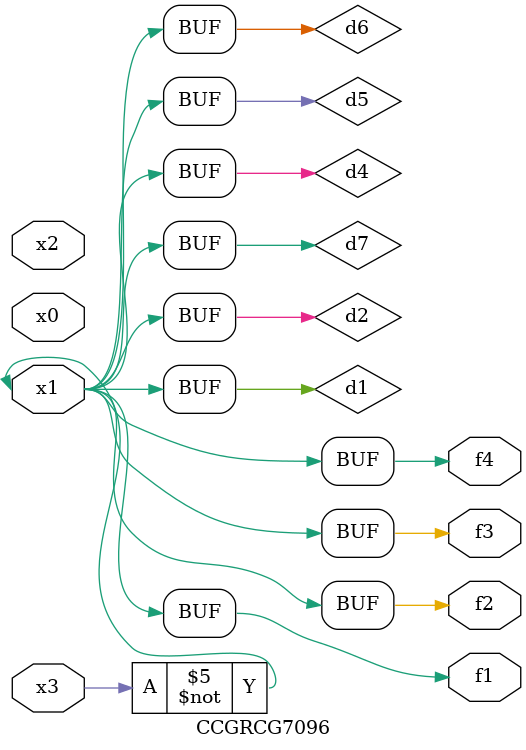
<source format=v>
module CCGRCG7096(
	input x0, x1, x2, x3,
	output f1, f2, f3, f4
);

	wire d1, d2, d3, d4, d5, d6, d7;

	not (d1, x3);
	buf (d2, x1);
	xnor (d3, d1, d2);
	nor (d4, d1);
	buf (d5, d1, d2);
	buf (d6, d4, d5);
	nand (d7, d4);
	assign f1 = d6;
	assign f2 = d7;
	assign f3 = d6;
	assign f4 = d6;
endmodule

</source>
